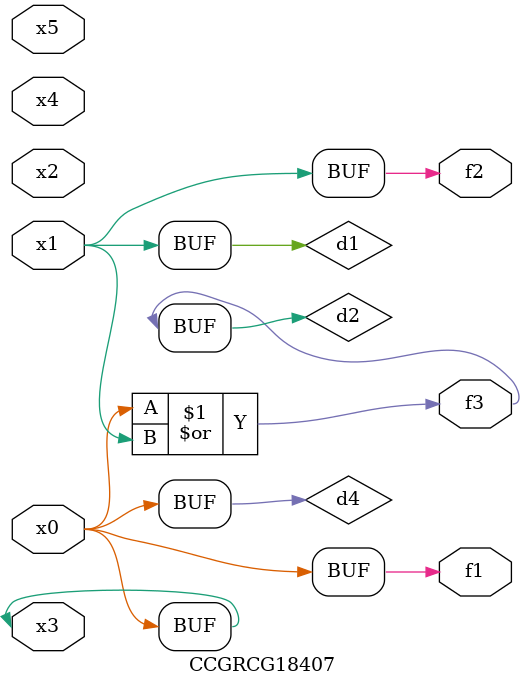
<source format=v>
module CCGRCG18407(
	input x0, x1, x2, x3, x4, x5,
	output f1, f2, f3
);

	wire d1, d2, d3, d4;

	and (d1, x1);
	or (d2, x0, x1);
	nand (d3, x0, x5);
	buf (d4, x0, x3);
	assign f1 = d4;
	assign f2 = d1;
	assign f3 = d2;
endmodule

</source>
